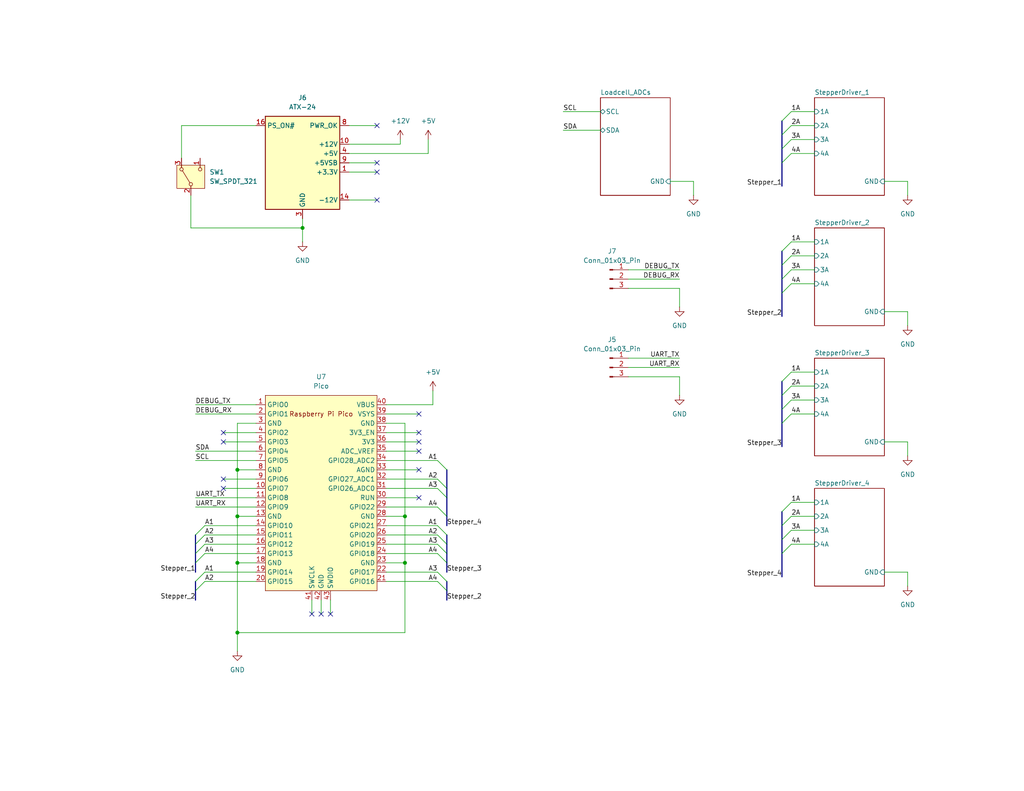
<source format=kicad_sch>
(kicad_sch (version 20231120) (generator "eeschema") (generator_version "8.0")
  (paper "USLetter")
  (title_block (title "ThorPCB2.0") (company "ECE 405 -SIUE"))
  (lib_symbols
    (symbol "Connector:ATX-24"
      (property "Reference" "J" (at -8.89 13.97 0))
      (property "Value" "ATX-24" (at 6.35 13.97 0))
      (symbol "ATX-24_0_1"
        (rectangle (start -10.16 12.7) (end 10.16 -12.7) (stroke (width 0.254)) (fill (type background)))
      )
      (symbol "ATX-24_1_1"
        (pin power_out line (at 12.7 -2.54 180) (length 2.54) (name "+3.3V") (number "1"))
        (pin power_out line (at 12.7 5.08 180) (length 2.54) (name "+12V") (number "10"))
        (pin passive line (at 12.7 5.08 180) (length 2.54) hide (name "+12V") (number "11"))
        (pin passive line (at 12.7 -2.54 180) (length 2.54) hide (name "+3.3V") (number "12"))
        (pin passive line (at 12.7 -2.54 180) (length 2.54) hide (name "+3.3V") (number "13"))
        (pin power_out line (at 12.7 -10.16 180) (length 2.54) (name "-12V") (number "14"))
        (pin passive line (at 0 -15.24 90) (length 2.54) hide (name "GND") (number "15"))
        (pin open_collector line (at -12.7 10.16 0) (length 2.54) (name "PS_ON#") (number "16"))
        (pin passive line (at 0 -15.24 90) (length 2.54) hide (name "GND") (number "17"))
        (pin passive line (at 0 -15.24 90) (length 2.54) hide (name "GND") (number "18"))
        (pin passive line (at 0 -15.24 90) (length 2.54) hide (name "GND") (number "19"))
        (pin passive line (at 12.7 -2.54 180) (length 2.54) hide (name "+3.3V") (number "2"))
        (pin no_connect line (at -10.16 0 0) (length 2.54) hide (name "NC") (number "20"))
        (pin passive line (at 12.7 2.54 180) (length 2.54) hide (name "+5V") (number "21"))
        (pin passive line (at 12.7 2.54 180) (length 2.54) hide (name "+5V") (number "22"))
        (pin passive line (at 12.7 2.54 180) (length 2.54) hide (name "+5V") (number "23"))
        (pin passive line (at 0 -15.24 90) (length 2.54) hide (name "GND") (number "24"))
        (pin power_out line (at 0 -15.24 90) (length 2.54) (name "GND") (number "3"))
        (pin power_out line (at 12.7 2.54 180) (length 2.54) (name "+5V") (number "4"))
        (pin passive line (at 0 -15.24 90) (length 2.54) hide (name "GND") (number "5"))
        (pin passive line (at 12.7 2.54 180) (length 2.54) hide (name "+5V") (number "6"))
        (pin passive line (at 0 -15.24 90) (length 2.54) hide (name "GND") (number "7"))
        (pin output line (at 12.7 10.16 180) (length 2.54) (name "PWR_OK") (number "8"))
        (pin power_out line (at 12.7 0 180) (length 2.54) (name "+5VSB") (number "9"))
      )
    )
    (symbol "Connector:Conn_01x03_Pin" (pin_names (offset 1.016) hide)
      (property "Reference" "J" (at 0 5.08 0))
      (property "Value" "Conn_01x03_Pin" (at 0 -5.08 0))
      (symbol "Conn_01x03_Pin_1_1"
        (polyline (pts (xy 1.27 -2.54) (xy 0.8636 -2.54)) (stroke (width 0.1524)))
        (polyline (pts (xy 1.27 0) (xy 0.8636 0)) (stroke (width 0.1524)))
        (polyline (pts (xy 1.27 2.54) (xy 0.8636 2.54)) (stroke (width 0.1524)))
        (rectangle (start 0.8636 -2.413) (end 0 -2.667) (stroke (width 0.1524)) (fill (type outline)))
        (rectangle (start 0.8636 0.127) (end 0 -0.127) (stroke (width 0.1524)) (fill (type outline)))
        (rectangle (start 0.8636 2.667) (end 0 2.413) (stroke (width 0.1524)) (fill (type outline)))
        (pin passive line (at 5.08 2.54 180) (length 3.81) (name "Pin_1") (number "1"))
        (pin passive line (at 5.08 0 180) (length 3.81) (name "Pin_2") (number "2"))
        (pin passive line (at 5.08 -2.54 180) (length 3.81) (name "Pin_3") (number "3"))
      )
    )
    (symbol "MCU_RaspberryPi_and_Boards:Pico"
      (property "Reference" "U" (at -13.97 27.94 0))
      (property "Value" "Pico" (at 0 19.05 0))
      (symbol "Pico_0_0"
        (text "Raspberry Pi Pico" (at 0 21.59 0) (effects (font (size 1.27 1.27))))
      )
      (symbol "Pico_0_1"
        (rectangle (start -15.24 26.67) (end 15.24 -26.67) (fill (type background)))
      )
      (symbol "Pico_1_1"
        (pin bidirectional line (at -17.78 24.13 0) (length 2.54) (name "GPIO0") (number "1"))
        (pin bidirectional line (at -17.78 1.27 0) (length 2.54) (name "GPIO7") (number "10"))
        (pin bidirectional line (at -17.78 -1.27 0) (length 2.54) (name "GPIO8") (number "11"))
        (pin bidirectional line (at -17.78 -3.81 0) (length 2.54) (name "GPIO9") (number "12"))
        (pin power_in line (at -17.78 -6.35 0) (length 2.54) (name "GND") (number "13"))
        (pin bidirectional line (at -17.78 -8.89 0) (length 2.54) (name "GPIO10") (number "14"))
        (pin bidirectional line (at -17.78 -11.43 0) (length 2.54) (name "GPIO11") (number "15"))
        (pin bidirectional line (at -17.78 -13.97 0) (length 2.54) (name "GPIO12") (number "16"))
        (pin bidirectional line (at -17.78 -16.51 0) (length 2.54) (name "GPIO13") (number "17"))
        (pin power_in line (at -17.78 -19.05 0) (length 2.54) (name "GND") (number "18"))
        (pin bidirectional line (at -17.78 -21.59 0) (length 2.54) (name "GPIO14") (number "19"))
        (pin bidirectional line (at -17.78 21.59 0) (length 2.54) (name "GPIO1") (number "2"))
        (pin bidirectional line (at -17.78 -24.13 0) (length 2.54) (name "GPIO15") (number "20"))
        (pin bidirectional line (at 17.78 -24.13 180) (length 2.54) (name "GPIO16") (number "21"))
        (pin bidirectional line (at 17.78 -21.59 180) (length 2.54) (name "GPIO17") (number "22"))
        (pin power_in line (at 17.78 -19.05 180) (length 2.54) (name "GND") (number "23"))
        (pin bidirectional line (at 17.78 -16.51 180) (length 2.54) (name "GPIO18") (number "24"))
        (pin bidirectional line (at 17.78 -13.97 180) (length 2.54) (name "GPIO19") (number "25"))
        (pin bidirectional line (at 17.78 -11.43 180) (length 2.54) (name "GPIO20") (number "26"))
        (pin bidirectional line (at 17.78 -8.89 180) (length 2.54) (name "GPIO21") (number "27"))
        (pin power_in line (at 17.78 -6.35 180) (length 2.54) (name "GND") (number "28"))
        (pin bidirectional line (at 17.78 -3.81 180) (length 2.54) (name "GPIO22") (number "29"))
        (pin power_in line (at -17.78 19.05 0) (length 2.54) (name "GND") (number "3"))
        (pin input line (at 17.78 -1.27 180) (length 2.54) (name "RUN") (number "30"))
        (pin bidirectional line (at 17.78 1.27 180) (length 2.54) (name "GPIO26_ADC0") (number "31"))
        (pin bidirectional line (at 17.78 3.81 180) (length 2.54) (name "GPIO27_ADC1") (number "32"))
        (pin power_in line (at 17.78 6.35 180) (length 2.54) (name "AGND") (number "33"))
        (pin bidirectional line (at 17.78 8.89 180) (length 2.54) (name "GPIO28_ADC2") (number "34"))
        (pin power_in line (at 17.78 11.43 180) (length 2.54) (name "ADC_VREF") (number "35"))
        (pin power_in line (at 17.78 13.97 180) (length 2.54) (name "3V3") (number "36"))
        (pin input line (at 17.78 16.51 180) (length 2.54) (name "3V3_EN") (number "37"))
        (pin bidirectional line (at 17.78 19.05 180) (length 2.54) (name "GND") (number "38"))
        (pin power_in line (at 17.78 21.59 180) (length 2.54) (name "VSYS") (number "39"))
        (pin bidirectional line (at -17.78 16.51 0) (length 2.54) (name "GPIO2") (number "4"))
        (pin power_in line (at 17.78 24.13 180) (length 2.54) (name "VBUS") (number "40"))
        (pin input line (at -2.54 -29.21 90) (length 2.54) (name "SWCLK") (number "41"))
        (pin power_in line (at 0 -29.21 90) (length 2.54) (name "GND") (number "42"))
        (pin bidirectional line (at 2.54 -29.21 90) (length 2.54) (name "SWDIO") (number "43"))
        (pin bidirectional line (at -17.78 13.97 0) (length 2.54) (name "GPIO3") (number "5"))
        (pin bidirectional line (at -17.78 11.43 0) (length 2.54) (name "GPIO4") (number "6"))
        (pin bidirectional line (at -17.78 8.89 0) (length 2.54) (name "GPIO5") (number "7"))
        (pin power_in line (at -17.78 6.35 0) (length 2.54) (name "GND") (number "8"))
        (pin bidirectional line (at -17.78 3.81 0) (length 2.54) (name "GPIO6") (number "9"))
      )
    )
    (symbol "Switch:SW_SPDT_321" (pin_names (offset 1) hide)
      (property "Reference" "SW" (at 0 5.08 0))
      (property "Value" "SW_SPDT_321" (at 0 -5.08 0))
      (symbol "SW_SPDT_321_0_1"
        (circle (center -2.032 0) (radius 0.4572))
        (polyline (pts (xy -1.651 0.254) (xy 1.651 2.286)))
        (circle (center 2.032 -2.54) (radius 0.4572))
        (circle (center 2.032 2.54) (radius 0.4572))
      )
      (symbol "SW_SPDT_321_1_1"
        (rectangle (start -3.175 3.81) (end 3.175 -3.81) (fill (type background)))
        (pin passive line (at 5.08 -2.54 180) (length 2.54) (name "C") (number "1"))
        (pin passive line (at -5.08 0 0) (length 2.54) (name "B") (number "2"))
        (pin passive line (at 5.08 2.54 180) (length 2.54) (name "A") (number "3"))
      )
    )
    (symbol "power:+12V" (power) (pin_numbers hide) (pin_names (offset 0) hide)
      (property "Value" "+12V" (at 0 3.556 0))
      (symbol "+12V_0_1"
        (polyline (pts (xy -0.762 1.27) (xy 0 2.54)))
        (polyline (pts (xy 0 0) (xy 0 2.54)))
        (polyline (pts (xy 0 2.54) (xy 0.762 1.27)))
      )
      (symbol "+12V_1_1"
        (pin power_in line (at 0 0 90) (length 0) (name "~") (number "1"))
      )
    )
    (symbol "power:+5V" (power) (pin_numbers hide) (pin_names (offset 0) hide)
      (property "Value" "+5V" (at 0 3.556 0))
      (symbol "+5V_0_1"
        (polyline (pts (xy -0.762 1.27) (xy 0 2.54)))
        (polyline (pts (xy 0 0) (xy 0 2.54)))
        (polyline (pts (xy 0 2.54) (xy 0.762 1.27)))
      )
      (symbol "+5V_1_1"
        (pin power_in line (at 0 0 90) (length 0) (name "~") (number "1"))
      )
    )
    (symbol "power:GND" (power) (pin_numbers hide) (pin_names (offset 0) hide)
      (property "Value" "GND" (at 0 -3.81 0))
      (symbol "GND_0_1"
        (polyline (pts (xy 0 0) (xy 0 -1.27) (xy 1.27 -1.27) (xy 0 -2.54) (xy -1.27 -1.27) (xy 0 -1.27)))
      )
      (symbol "GND_1_1"
        (pin power_in line (at 0 0 270) (length 0) (name "~") (number "1"))
      )
    )
  )
  (junction (at 64.77 172.72))
  (junction (at 64.77 140.97))
  (junction (at 64.77 153.67))
  (junction (at 82.55 62.23))
  (junction (at 110.49 140.97))
  (junction (at 110.49 153.67))
  (junction (at 64.77 128.27))
  (no_connect (at 60.96 118.11))
  (no_connect (at 87.63 167.64))
  (no_connect (at 114.3 128.27))
  (no_connect (at 114.3 113.03))
  (no_connect (at 85.09 167.64))
  (no_connect (at 102.87 34.29))
  (no_connect (at 114.3 135.89))
  (no_connect (at 114.3 123.19))
  (no_connect (at 114.3 118.11))
  (no_connect (at 102.87 44.45))
  (no_connect (at 60.96 120.65))
  (no_connect (at 102.87 54.61))
  (no_connect (at 60.96 133.35))
  (no_connect (at 90.17 167.64))
  (no_connect (at 114.3 120.65))
  (no_connect (at 102.87 46.99))
  (no_connect (at 60.96 130.81))
  (bus_entry (at 213.36 80.01) (size 2.54 -2.54))
  (bus_entry (at 121.92 151.13) (size -2.54 -2.54))
  (bus_entry (at 213.36 72.39) (size 2.54 -2.54))
  (bus_entry (at 121.92 161.29) (size -2.54 -2.54))
  (bus_entry (at 213.36 111.76) (size 2.54 -2.54))
  (bus_entry (at 213.36 107.95) (size 2.54 -2.54))
  (bus_entry (at 121.92 140.97) (size -2.54 -2.54))
  (bus_entry (at 213.36 76.2) (size 2.54 -2.54))
  (bus_entry (at 121.92 128.27) (size -2.54 -2.54))
  (bus_entry (at 213.36 104.14) (size 2.54 -2.54))
  (bus_entry (at 213.36 147.32) (size 2.54 -2.54))
  (bus_entry (at 53.34 153.67) (size 2.54 -2.54))
  (bus_entry (at 121.92 133.35) (size -2.54 -2.54))
  (bus_entry (at 213.36 139.7) (size 2.54 -2.54))
  (bus_entry (at 213.36 151.13) (size 2.54 -2.54))
  (bus_entry (at 121.92 148.59) (size -2.54 -2.54))
  (bus_entry (at 121.92 146.05) (size -2.54 -2.54))
  (bus_entry (at 53.34 148.59) (size 2.54 -2.54))
  (bus_entry (at 213.36 68.58) (size 2.54 -2.54))
  (bus_entry (at 213.36 44.45) (size 2.54 -2.54))
  (bus_entry (at 213.36 40.64) (size 2.54 -2.54))
  (bus_entry (at 213.36 36.83) (size 2.54 -2.54))
  (bus_entry (at 53.34 151.13) (size 2.54 -2.54))
  (bus_entry (at 121.92 153.67) (size -2.54 -2.54))
  (bus_entry (at 53.34 161.29) (size 2.54 -2.54))
  (bus_entry (at 53.34 158.75) (size 2.54 -2.54))
  (bus_entry (at 121.92 135.89) (size -2.54 -2.54))
  (bus_entry (at 121.92 158.75) (size -2.54 -2.54))
  (bus_entry (at 213.36 115.57) (size 2.54 -2.54))
  (bus_entry (at 213.36 143.51) (size 2.54 -2.54))
  (bus_entry (at 53.34 146.05) (size 2.54 -2.54))
  (bus_entry (at 213.36 33.02) (size 2.54 -2.54))
  (bus (pts (xy 121.92 161.29) (xy 121.92 163.83)))
  (wire (pts (xy 53.34 135.89) (xy 69.85 135.89)))
  (wire (pts (xy 105.41 143.51) (xy 119.38 143.51)))
  (bus (pts (xy 213.36 44.45) (xy 213.36 50.8)))
  (wire (pts (xy 241.3 120.65) (xy 247.65 120.65)))
  (wire (pts (xy 215.9 109.22) (xy 222.25 109.22)))
  (wire (pts (xy 189.23 49.53) (xy 189.23 53.34)))
  (bus (pts (xy 213.36 36.83) (xy 213.36 40.64)))
  (wire (pts (xy 64.77 128.27) (xy 64.77 140.97)))
  (wire (pts (xy 215.9 140.97) (xy 222.25 140.97)))
  (bus (pts (xy 121.92 146.05) (xy 121.92 148.59)))
  (wire (pts (xy 105.41 146.05) (xy 119.38 146.05)))
  (wire (pts (xy 55.88 146.05) (xy 69.85 146.05)))
  (wire (pts (xy 53.34 125.73) (xy 69.85 125.73)))
  (bus (pts (xy 213.36 68.58) (xy 213.36 72.39)))
  (wire (pts (xy 247.65 156.21) (xy 247.65 160.02)))
  (wire (pts (xy 55.88 156.21) (xy 69.85 156.21)))
  (wire (pts (xy 60.96 130.81) (xy 69.85 130.81)))
  (wire (pts (xy 69.85 128.27) (xy 64.77 128.27)))
  (wire (pts (xy 105.41 156.21) (xy 119.38 156.21)))
  (wire (pts (xy 49.53 34.29) (xy 69.85 34.29)))
  (wire (pts (xy 105.41 128.27) (xy 114.3 128.27)))
  (wire (pts (xy 105.41 151.13) (xy 119.38 151.13)))
  (wire (pts (xy 95.25 34.29) (xy 102.87 34.29)))
  (wire (pts (xy 90.17 163.83) (xy 90.17 167.64)))
  (wire (pts (xy 215.9 38.1) (xy 222.25 38.1)))
  (bus (pts (xy 53.34 158.75) (xy 53.34 161.29)))
  (wire (pts (xy 171.45 76.2) (xy 185.42 76.2)))
  (bus (pts (xy 213.36 33.02) (xy 213.36 36.83)))
  (wire (pts (xy 171.45 102.87) (xy 185.42 102.87)))
  (wire (pts (xy 215.9 148.59) (xy 222.25 148.59)))
  (wire (pts (xy 53.34 138.43) (xy 69.85 138.43)))
  (bus (pts (xy 213.36 139.7) (xy 213.36 143.51)))
  (wire (pts (xy 215.9 77.47) (xy 222.25 77.47)))
  (bus (pts (xy 53.34 153.67) (xy 53.34 156.21)))
  (wire (pts (xy 55.88 148.59) (xy 69.85 148.59)))
  (wire (pts (xy 53.34 110.49) (xy 69.85 110.49)))
  (wire (pts (xy 105.41 148.59) (xy 119.38 148.59)))
  (wire (pts (xy 64.77 153.67) (xy 64.77 172.72)))
  (bus (pts (xy 121.92 151.13) (xy 121.92 153.67)))
  (wire (pts (xy 105.41 130.81) (xy 119.38 130.81)))
  (bus (pts (xy 53.34 151.13) (xy 53.34 153.67)))
  (bus (pts (xy 121.92 135.89) (xy 121.92 140.97)))
  (bus (pts (xy 53.34 148.59) (xy 53.34 151.13)))
  (bus (pts (xy 213.36 80.01) (xy 213.36 86.36)))
  (wire (pts (xy 241.3 49.53) (xy 247.65 49.53)))
  (wire (pts (xy 109.22 38.1) (xy 109.22 39.37)))
  (wire (pts (xy 105.41 125.73) (xy 119.38 125.73)))
  (wire (pts (xy 53.34 123.19) (xy 69.85 123.19)))
  (wire (pts (xy 182.88 49.53) (xy 189.23 49.53)))
  (bus (pts (xy 121.92 133.35) (xy 121.92 135.89)))
  (wire (pts (xy 185.42 102.87) (xy 185.42 107.95)))
  (bus (pts (xy 213.36 72.39) (xy 213.36 76.2)))
  (wire (pts (xy 110.49 140.97) (xy 110.49 153.67)))
  (wire (pts (xy 215.9 41.91) (xy 222.25 41.91)))
  (wire (pts (xy 110.49 115.57) (xy 110.49 140.97)))
  (wire (pts (xy 55.88 158.75) (xy 69.85 158.75)))
  (wire (pts (xy 95.25 46.99) (xy 102.87 46.99)))
  (wire (pts (xy 110.49 115.57) (xy 105.41 115.57)))
  (wire (pts (xy 64.77 172.72) (xy 110.49 172.72)))
  (wire (pts (xy 95.25 44.45) (xy 102.87 44.45)))
  (wire (pts (xy 185.42 78.74) (xy 185.42 83.82)))
  (bus (pts (xy 121.92 158.75) (xy 121.92 161.29)))
  (wire (pts (xy 82.55 59.69) (xy 82.55 62.23)))
  (bus (pts (xy 213.36 147.32) (xy 213.36 151.13)))
  (wire (pts (xy 105.41 118.11) (xy 114.3 118.11)))
  (wire (pts (xy 105.41 123.19) (xy 114.3 123.19)))
  (wire (pts (xy 60.96 133.35) (xy 69.85 133.35)))
  (wire (pts (xy 241.3 85.09) (xy 247.65 85.09)))
  (wire (pts (xy 215.9 105.41) (xy 222.25 105.41)))
  (bus (pts (xy 213.36 76.2) (xy 213.36 80.01)))
  (wire (pts (xy 49.53 43.18) (xy 49.53 34.29)))
  (wire (pts (xy 95.25 41.91) (xy 116.84 41.91)))
  (wire (pts (xy 105.41 158.75) (xy 119.38 158.75)))
  (bus (pts (xy 53.34 146.05) (xy 53.34 148.59)))
  (wire (pts (xy 215.9 144.78) (xy 222.25 144.78)))
  (wire (pts (xy 105.41 138.43) (xy 119.38 138.43)))
  (wire (pts (xy 60.96 120.65) (xy 69.85 120.65)))
  (wire (pts (xy 247.65 85.09) (xy 247.65 88.9)))
  (wire (pts (xy 69.85 115.57) (xy 64.77 115.57)))
  (bus (pts (xy 213.36 115.57) (xy 213.36 121.92)))
  (wire (pts (xy 55.88 143.51) (xy 69.85 143.51)))
  (wire (pts (xy 105.41 153.67) (xy 110.49 153.67)))
  (wire (pts (xy 215.9 69.85) (xy 222.25 69.85)))
  (wire (pts (xy 85.09 163.83) (xy 85.09 167.64)))
  (wire (pts (xy 118.11 106.68) (xy 118.11 110.49)))
  (wire (pts (xy 247.65 120.65) (xy 247.65 124.46)))
  (wire (pts (xy 64.77 153.67) (xy 69.85 153.67)))
  (wire (pts (xy 82.55 62.23) (xy 82.55 66.04)))
  (wire (pts (xy 60.96 118.11) (xy 69.85 118.11)))
  (bus (pts (xy 121.92 148.59) (xy 121.92 151.13)))
  (wire (pts (xy 64.77 172.72) (xy 64.77 177.8)))
  (wire (pts (xy 171.45 97.79) (xy 185.42 97.79)))
  (wire (pts (xy 105.41 140.97) (xy 110.49 140.97)))
  (wire (pts (xy 105.41 110.49) (xy 118.11 110.49)))
  (wire (pts (xy 110.49 153.67) (xy 110.49 172.72)))
  (wire (pts (xy 171.45 78.74) (xy 185.42 78.74)))
  (bus (pts (xy 213.36 111.76) (xy 213.36 115.57)))
  (bus (pts (xy 121.92 153.67) (xy 121.92 156.21)))
  (bus (pts (xy 121.92 140.97) (xy 121.92 143.51)))
  (wire (pts (xy 105.41 113.03) (xy 114.3 113.03)))
  (wire (pts (xy 105.41 120.65) (xy 114.3 120.65)))
  (wire (pts (xy 215.9 66.04) (xy 222.25 66.04)))
  (bus (pts (xy 213.36 151.13) (xy 213.36 157.48)))
  (wire (pts (xy 55.88 151.13) (xy 69.85 151.13)))
  (wire (pts (xy 52.07 62.23) (xy 52.07 53.34)))
  (wire (pts (xy 64.77 140.97) (xy 64.77 153.67)))
  (wire (pts (xy 82.55 62.23) (xy 52.07 62.23)))
  (wire (pts (xy 171.45 73.66) (xy 185.42 73.66)))
  (wire (pts (xy 215.9 73.66) (xy 222.25 73.66)))
  (wire (pts (xy 153.67 35.56) (xy 163.83 35.56)))
  (wire (pts (xy 241.3 156.21) (xy 247.65 156.21)))
  (bus (pts (xy 121.92 128.27) (xy 121.92 133.35)))
  (wire (pts (xy 215.9 101.6) (xy 222.25 101.6)))
  (bus (pts (xy 213.36 143.51) (xy 213.36 147.32)))
  (wire (pts (xy 215.9 137.16) (xy 222.25 137.16)))
  (wire (pts (xy 69.85 140.97) (xy 64.77 140.97)))
  (wire (pts (xy 247.65 49.53) (xy 247.65 53.34)))
  (bus (pts (xy 213.36 40.64) (xy 213.36 44.45)))
  (wire (pts (xy 105.41 135.89) (xy 114.3 135.89)))
  (wire (pts (xy 87.63 163.83) (xy 87.63 167.64)))
  (wire (pts (xy 64.77 115.57) (xy 64.77 128.27)))
  (wire (pts (xy 153.67 30.48) (xy 163.83 30.48)))
  (wire (pts (xy 171.45 100.33) (xy 185.42 100.33)))
  (wire (pts (xy 95.25 39.37) (xy 109.22 39.37)))
  (wire (pts (xy 95.25 54.61) (xy 102.87 54.61)))
  (wire (pts (xy 215.9 113.03) (xy 222.25 113.03)))
  (wire (pts (xy 215.9 30.48) (xy 222.25 30.48)))
  (bus (pts (xy 53.34 161.29) (xy 53.34 163.83)))
  (wire (pts (xy 116.84 38.1) (xy 116.84 41.91)))
  (wire (pts (xy 53.34 113.03) (xy 69.85 113.03)))
  (wire (pts (xy 215.9 34.29) (xy 222.25 34.29)))
  (wire (pts (xy 105.41 133.35) (xy 119.38 133.35)))
  (bus (pts (xy 213.36 104.14) (xy 213.36 107.95)))
  (bus (pts (xy 213.36 107.95) (xy 213.36 111.76)))
  (label "DEBUG_RX" (at 53.34 113.03 0))
  (label "3A" (at 215.9 109.22 0))
  (label "A3" (at 119.38 133.35 180))
  (label "DEBUG_TX" (at 185.42 73.66 180))
  (label "SDA" (at 53.34 123.19 0))
  (label "Stepper_1" (at 213.36 50.8 180))
  (label "4A" (at 215.9 148.59 0))
  (label "4A" (at 215.9 41.91 0))
  (label "2A" (at 215.9 105.41 0))
  (label "A1" (at 55.88 143.51 0))
  (label "DEBUG_TX" (at 53.34 110.49 0))
  (label "2A" (at 215.9 140.97 0))
  (label "Stepper_1" (at 53.34 156.21 180))
  (label "Stepper_3" (at 121.92 156.21 0))
  (label "1A" (at 215.9 137.16 0))
  (label "A4" (at 119.38 138.43 180))
  (label "4A" (at 215.9 113.03 0))
  (label "2A" (at 215.9 69.85 0))
  (label "SDA" (at 153.67 35.56 0))
  (label "A4" (at 119.38 151.13 180))
  (label "Stepper_2" (at 121.92 163.83 0))
  (label "A2" (at 55.88 158.75 0))
  (label "1A" (at 215.9 30.48 0))
  (label "UART_TX" (at 185.42 97.79 180))
  (label "3A" (at 215.9 38.1 0))
  (label "2A" (at 215.9 34.29 0))
  (label "A4" (at 55.88 151.13 0))
  (label "1A" (at 215.9 66.04 0))
  (label "DEBUG_RX" (at 185.42 76.2 180))
  (label "SCL" (at 53.34 125.73 0))
  (label "Stepper_2" (at 213.36 86.36 180))
  (label "A2" (at 55.88 146.05 0))
  (label "A1" (at 119.38 143.51 180))
  (label "1A" (at 215.9 101.6 0))
  (label "Stepper_4" (at 213.36 157.48 180))
  (label "A3" (at 119.38 156.21 180))
  (label "UART_RX" (at 53.34 138.43 0))
  (label "3A" (at 215.9 144.78 0))
  (label "A2" (at 119.38 130.81 180))
  (label "A4" (at 119.38 158.75 180))
  (label "SCL" (at 153.67 30.48 0))
  (label "A3" (at 55.88 148.59 0))
  (label "A2" (at 119.38 146.05 180))
  (label "UART_TX" (at 53.34 135.89 0))
  (label "Stepper_4" (at 121.92 143.51 0))
  (label "UART_RX" (at 185.42 100.33 180))
  (label "A1" (at 55.88 156.21 0))
  (label "A3" (at 119.38 148.59 180))
  (label "4A" (at 215.9 77.47 0))
  (label "3A" (at 215.9 73.66 0))
  (label "Stepper_3" (at 213.36 121.92 180))
  (label "A1" (at 119.38 125.73 180))
  (label "Stepper_2" (at 53.34 163.83 180))
  (symbol (lib_id "power:+5V") (at 118.11 106.68 0) (unit 1)
    (property "Reference" "#PWR040" (effects (hide yes)))
    (property "Value" "+5V" (at 118.11 101.6 0))
    (property "Description" "Power symbol creates a global label with name \"+5V\"" (effects (hide yes)))
  )
  (symbol (lib_id "Connector:Conn_01x03_Pin") (at 166.37 76.2 0) (unit 1)
    (property "Reference" "J7" (at 167.005 68.58 0))
    (property "Value" "Conn_01x03_Pin" (at 167.005 71.12 0))
    (property "Description" "Generic connector, single row, 01x03, script generated" (effects (hide yes)))
  )
  (symbol (lib_id "power:+5V") (at 116.84 38.1 0) (unit 1)
    (property "Reference" "#PWR030" (effects (hide yes)))
    (property "Value" "+5V" (at 116.84 33.02 0))
    (property "Description" "Power symbol creates a global label with name \"+5V\"" (effects (hide yes)))
  )
  (symbol (lib_id "power:GND") (at 247.65 124.46 0) (unit 1)
    (property "Reference" "#PWR018" (effects (hide yes)))
    (property "Value" "GND" (at 247.65 129.54 0))
    (property "Description" "Power symbol creates a global label with name \"GND\" , ground" (effects (hide yes)))
  )
  (symbol (lib_id "power:GND") (at 247.65 53.34 0) (unit 1)
    (property "Reference" "#PWR010" (effects (hide yes)))
    (property "Value" "GND" (at 247.65 58.42 0))
    (property "Description" "Power symbol creates a global label with name \"GND\" , ground" (effects (hide yes)))
  )
  (symbol (lib_id "power:GND") (at 247.65 160.02 0) (unit 1)
    (property "Reference" "#PWR019" (effects (hide yes)))
    (property "Value" "GND" (at 247.65 165.1 0))
    (property "Description" "Power symbol creates a global label with name \"GND\" , ground" (effects (hide yes)))
  )
  (symbol (lib_id "MCU_RaspberryPi_and_Boards:Pico") (at 87.63 134.62 0) (unit 1)
    (property "Reference" "U7" (at 87.63 102.87 0))
    (property "Value" "Pico" (at 87.63 105.41 0))
    (property "Footprint" "MCU_RaspberryPi_and_Boards:RPi_Pico_SMD_TH" (effects (hide yes)))
  )
  (symbol (lib_id "Connector:ATX-24") (at 82.55 44.45 0) (unit 1)
    (property "Reference" "J6" (at 82.55 26.67 0))
    (property "Value" "ATX-24" (at 82.55 29.21 0))
    (property "Footprint" "Connector_Molex:Molex_Mini-Fit_Jr_5566-24A_2x12_P4.20mm_Vertical" (effects (hide yes)))
    (property "Datasheet" "https://www.intel.com/content/dam/www/public/us/en/documents/guides/power-supply-design-guide-june.pdf#page=33" (effects (hide yes)))
    (property "Description" "ATX Power supply 24pins" (effects (hide yes)))
  )
  (symbol (lib_id "power:GND") (at 82.55 66.04 0) (unit 1)
    (property "Reference" "#PWR07" (effects (hide yes)))
    (property "Value" "GND" (at 82.55 71.12 0))
    (property "Description" "Power symbol creates a global label with name \"GND\" , ground" (effects (hide yes)))
  )
  (symbol (lib_id "power:+12V") (at 109.22 38.1 0) (unit 1)
    (property "Reference" "#PWR031" (effects (hide yes)))
    (property "Value" "+12V" (at 109.22 33.02 0))
    (property "Description" "Power symbol creates a global label with name \"+12V\"" (effects (hide yes)))
  )
  (symbol (lib_id "Connector:Conn_01x03_Pin") (at 166.37 100.33 0) (unit 1)
    (property "Reference" "J5" (at 167.005 92.71 0))
    (property "Value" "Conn_01x03_Pin" (at 167.005 95.25 0))
    (property "Description" "Generic connector, single row, 01x03, script generated" (effects (hide yes)))
  )
  (symbol (lib_id "power:GND") (at 185.42 107.95 0) (unit 1)
    (property "Reference" "#PWR042" (effects (hide yes)))
    (property "Value" "GND" (at 185.42 113.03 0))
    (property "Description" "Power symbol creates a global label with name \"GND\" , ground" (effects (hide yes)))
  )
  (symbol (lib_id "Switch:SW_SPDT_321") (at 52.07 48.26 90) (unit 1)
    (property "Reference" "SW1" (at 57.15 46.9899 90) (effects (justify right)))
    (property "Value" "SW_SPDT_321" (at 57.15 49.5299 90) (effects (justify right)))
    (property "Description" "Switch, single pole double throw" (effects (hide yes)))
  )
  (symbol (lib_id "power:GND") (at 189.23 53.34 0) (unit 1)
    (property "Reference" "#PWR06" (effects (hide yes)))
    (property "Value" "GND" (at 189.23 58.42 0))
    (property "Description" "Power symbol creates a global label with name \"GND\" , ground" (effects (hide yes)))
  )
  (symbol (lib_id "power:GND") (at 185.42 83.82 0) (unit 1)
    (property "Reference" "#PWR044" (effects (hide yes)))
    (property "Value" "GND" (at 185.42 88.9 0))
    (property "Description" "Power symbol creates a global label with name \"GND\" , ground" (effects (hide yes)))
  )
  (symbol (lib_id "power:GND") (at 247.65 88.9 0) (unit 1)
    (property "Reference" "#PWR017" (effects (hide yes)))
    (property "Value" "GND" (at 247.65 93.98 0))
    (property "Description" "Power symbol creates a global label with name \"GND\" , ground" (effects (hide yes)))
  )
  (symbol (lib_id "power:GND") (at 64.77 177.8 0) (unit 1)
    (property "Reference" "#PWR043" (effects (hide yes)))
    (property "Value" "GND" (at 64.77 182.88 0))
    (property "Description" "Power symbol creates a global label with name \"GND\" , ground" (effects (hide yes)))
  )
  (sheet (at 222.25 62.23) (size 19.05 26.67) (stroke (width 0.1524))
    (property "Sheetname" "StepperDriver_2" (at 222.25 61.5184 0) (effects (justify left bottom)))
    (property "Sheetfile" "StepperDriver.kicad_sch" (effects (hide yes)))
    (pin "GND" input (at 241.3 85.09 0))
    (pin "4A" input (at 222.25 77.47 180))
    (pin "1A" input (at 222.25 66.04 180))
    (pin "2A" input (at 222.25 69.85 180))
    (pin "3A" input (at 222.25 73.66 180))
  )
  (sheet (at 163.83 26.67) (size 19.05 26.67) (stroke (width 0.1524))
    (property "Sheetname" "Loadcell_ADCs" (at 163.83 25.9584 0) (effects (justify left bottom)))
    (property "Sheetfile" "Loadcells_Schematic.kicad_sch" (effects (hide yes)))
    (pin "SCL" bidirectional (at 163.83 30.48 180))
    (pin "SDA" bidirectional (at 163.83 35.56 180))
    (pin "GND" input (at 182.88 49.53 0))
  )
  (sheet (at 222.25 133.35) (size 19.05 26.67) (stroke (width 0.1524))
    (property "Sheetname" "StepperDriver_4" (at 222.25 132.6384 0) (effects (justify left bottom)))
    (property "Sheetfile" "StepperDriver.kicad_sch" (effects (hide yes)))
    (pin "GND" input (at 241.3 156.21 0))
    (pin "4A" input (at 222.25 148.59 180))
    (pin "1A" input (at 222.25 137.16 180))
    (pin "2A" input (at 222.25 140.97 180))
    (pin "3A" input (at 222.25 144.78 180))
  )
  (sheet (at 222.25 26.67) (size 19.05 26.67) (stroke (width 0.1524))
    (property "Sheetname" "StepperDriver_1" (at 222.25 25.9584 0) (effects (justify left bottom)))
    (property "Sheetfile" "StepperDriver.kicad_sch" (effects (hide yes)))
    (pin "GND" input (at 241.3 49.53 0))
    (pin "4A" input (at 222.25 41.91 180))
    (pin "1A" input (at 222.25 30.48 180))
    (pin "2A" input (at 222.25 34.29 180))
    (pin "3A" input (at 222.25 38.1 180))
  )
  (sheet (at 222.25 97.79) (size 19.05 26.67) (stroke (width 0.1524))
    (property "Sheetname" "StepperDriver_3" (at 222.25 97.0784 0) (effects (justify left bottom)))
    (property "Sheetfile" "StepperDriver.kicad_sch" (effects (hide yes)))
    (pin "GND" input (at 241.3 120.65 0))
    (pin "4A" input (at 222.25 113.03 180))
    (pin "1A" input (at 222.25 101.6 180))
    (pin "2A" input (at 222.25 105.41 180))
    (pin "3A" input (at 222.25 109.22 180))
  )
)
</source>
